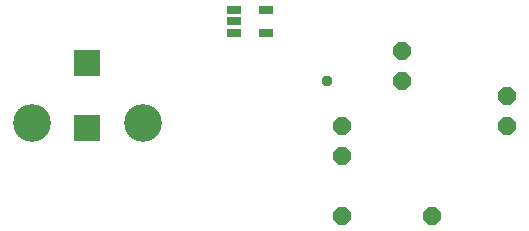
<source format=gts>
G75*
%MOIN*%
%OFA0B0*%
%FSLAX25Y25*%
%IPPOS*%
%LPD*%
%AMOC8*
5,1,8,0,0,1.08239X$1,22.5*
%
%ADD10OC8,0.06000*%
%ADD11R,0.09068X0.09068*%
%ADD12C,0.12611*%
%ADD13R,0.05131X0.03162*%
%ADD14C,0.03778*%
D10*
X0136000Y0016000D03*
X0166000Y0016000D03*
X0136000Y0036000D03*
X0136000Y0046000D03*
X0156000Y0061000D03*
X0156000Y0071000D03*
X0191000Y0056000D03*
X0191000Y0046000D03*
D11*
X0051000Y0045173D03*
X0051000Y0066827D03*
D12*
X0032496Y0046984D03*
X0069504Y0046984D03*
D13*
X0100094Y0077063D03*
X0100094Y0080803D03*
X0100094Y0084543D03*
X0110724Y0084543D03*
X0110724Y0077063D03*
D14*
X0131000Y0061000D03*
M02*

</source>
